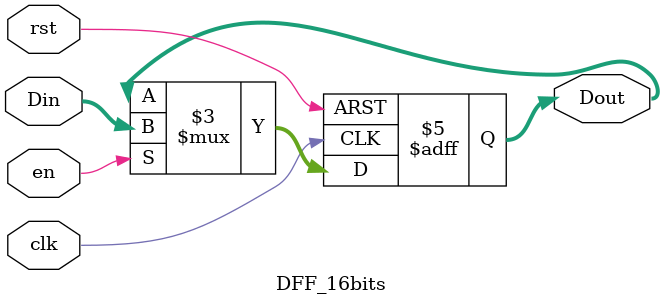
<source format=v>
module DFF_16bits
	(input [15:0]Din,
		input clk,en,rst,
		output reg[15:0]Dout);
always@(posedge clk,negedge rst)
	if(!rst)
		Dout <= 'd0;
	else if(en)
		Dout <= Din;

endmodule
</source>
